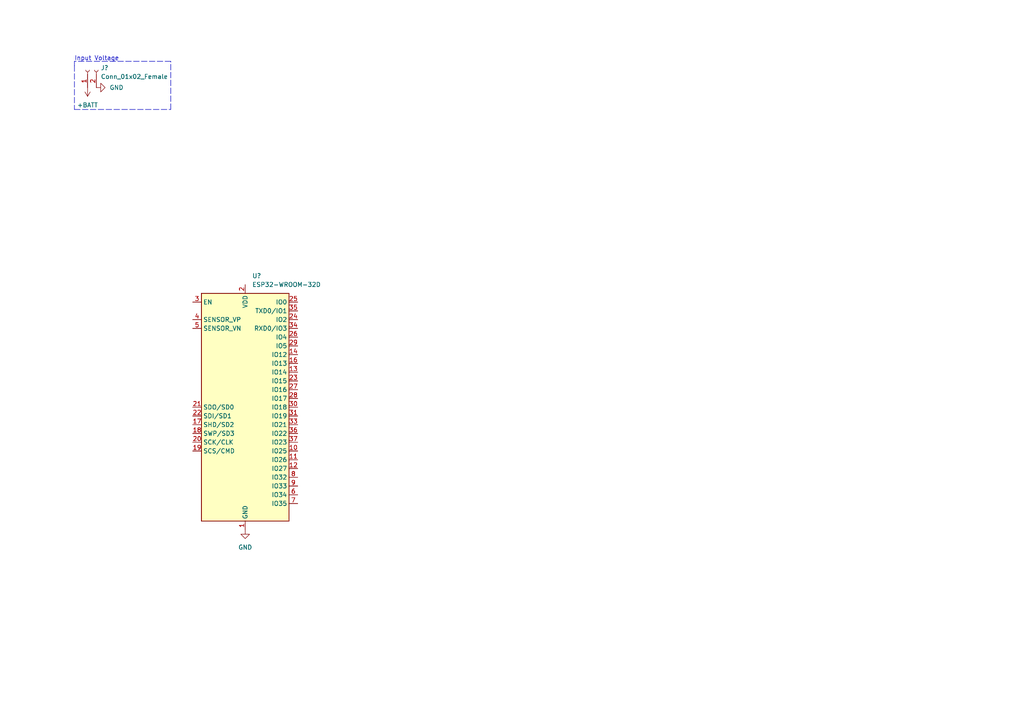
<source format=kicad_sch>
(kicad_sch (version 20211123) (generator eeschema)
  (paper "A4")
  (lib_symbols
    (symbol "Connector:Conn_01x02_Female" (pin_names (offset 1.016) hide)
      (property "Reference" "J" (at 0 2.54 0))
      (property "Value" "Conn_01x02_Female" (at 0 -5.08 0))
      (symbol "Conn_01x02_Female_1_1"
        (arc (start 0 -2.032) (mid -0.508 -2.54) (end 0 -3.048) (stroke (width 0.1524)))
        (polyline (pts (xy -1.27 -2.54) (xy -0.508 -2.54)) (stroke (width 0.1524)))
        (polyline (pts (xy -1.27 0) (xy -0.508 0)) (stroke (width 0.1524)))
        (arc (start 0 0.508) (mid -0.508 0) (end 0 -0.508) (stroke (width 0.1524)))
        (pin passive line (at -5.08 0 0) (length 3.81) (name "Pin_1") (number "1"))
        (pin passive line (at -5.08 -2.54 0) (length 3.81) (name "Pin_2") (number "2"))
      )
    )
    (symbol "RF_Module:ESP32-WROOM-32D"
      (property "Reference" "U" (at -12.7 34.29 0))
      (property "Value" "ESP32-WROOM-32D" (at 1.27 34.29 0))
      (symbol "ESP32-WROOM-32D_0_1"
        (rectangle (start -12.7 33.02) (end 12.7 -33.02) (stroke (width 0.254)) (fill (type background)))
      )
      (symbol "ESP32-WROOM-32D_1_1"
        (pin power_in line (at 0 -35.56 90) (length 2.54) (name "GND") (number "1"))
        (pin bidirectional line (at 15.24 -12.7 180) (length 2.54) (name "IO25") (number "10"))
        (pin bidirectional line (at 15.24 -15.24 180) (length 2.54) (name "IO26") (number "11"))
        (pin bidirectional line (at 15.24 -17.78 180) (length 2.54) (name "IO27") (number "12"))
        (pin bidirectional line (at 15.24 10.16 180) (length 2.54) (name "IO14") (number "13"))
        (pin bidirectional line (at 15.24 15.24 180) (length 2.54) (name "IO12") (number "14"))
        (pin passive line (at 0 -35.56 90) (length 2.54) hide (name "GND") (number "15"))
        (pin bidirectional line (at 15.24 12.7 180) (length 2.54) (name "IO13") (number "16"))
        (pin bidirectional line (at -15.24 -5.08 0) (length 2.54) (name "SHD/SD2") (number "17"))
        (pin bidirectional line (at -15.24 -7.62 0) (length 2.54) (name "SWP/SD3") (number "18"))
        (pin bidirectional line (at -15.24 -12.7 0) (length 2.54) (name "SCS/CMD") (number "19"))
        (pin power_in line (at 0 35.56 270) (length 2.54) (name "VDD") (number "2"))
        (pin bidirectional line (at -15.24 -10.16 0) (length 2.54) (name "SCK/CLK") (number "20"))
        (pin bidirectional line (at -15.24 0 0) (length 2.54) (name "SDO/SD0") (number "21"))
        (pin bidirectional line (at -15.24 -2.54 0) (length 2.54) (name "SDI/SD1") (number "22"))
        (pin bidirectional line (at 15.24 7.62 180) (length 2.54) (name "IO15") (number "23"))
        (pin bidirectional line (at 15.24 25.4 180) (length 2.54) (name "IO2") (number "24"))
        (pin bidirectional line (at 15.24 30.48 180) (length 2.54) (name "IO0") (number "25"))
        (pin bidirectional line (at 15.24 20.32 180) (length 2.54) (name "IO4") (number "26"))
        (pin bidirectional line (at 15.24 5.08 180) (length 2.54) (name "IO16") (number "27"))
        (pin bidirectional line (at 15.24 2.54 180) (length 2.54) (name "IO17") (number "28"))
        (pin bidirectional line (at 15.24 17.78 180) (length 2.54) (name "IO5") (number "29"))
        (pin input line (at -15.24 30.48 0) (length 2.54) (name "EN") (number "3"))
        (pin bidirectional line (at 15.24 0 180) (length 2.54) (name "IO18") (number "30"))
        (pin bidirectional line (at 15.24 -2.54 180) (length 2.54) (name "IO19") (number "31"))
        (pin no_connect line (at -12.7 -27.94 0) (length 2.54) hide (name "NC") (number "32"))
        (pin bidirectional line (at 15.24 -5.08 180) (length 2.54) (name "IO21") (number "33"))
        (pin bidirectional line (at 15.24 22.86 180) (length 2.54) (name "RXD0/IO3") (number "34"))
        (pin bidirectional line (at 15.24 27.94 180) (length 2.54) (name "TXD0/IO1") (number "35"))
        (pin bidirectional line (at 15.24 -7.62 180) (length 2.54) (name "IO22") (number "36"))
        (pin bidirectional line (at 15.24 -10.16 180) (length 2.54) (name "IO23") (number "37"))
        (pin passive line (at 0 -35.56 90) (length 2.54) hide (name "GND") (number "38"))
        (pin passive line (at 0 -35.56 90) (length 2.54) hide (name "GND") (number "39"))
        (pin input line (at -15.24 25.4 0) (length 2.54) (name "SENSOR_VP") (number "4"))
        (pin input line (at -15.24 22.86 0) (length 2.54) (name "SENSOR_VN") (number "5"))
        (pin input line (at 15.24 -25.4 180) (length 2.54) (name "IO34") (number "6"))
        (pin input line (at 15.24 -27.94 180) (length 2.54) (name "IO35") (number "7"))
        (pin bidirectional line (at 15.24 -20.32 180) (length 2.54) (name "IO32") (number "8"))
        (pin bidirectional line (at 15.24 -22.86 180) (length 2.54) (name "IO33") (number "9"))
      )
    )
    (symbol "power:+BATT" (power) (pin_names (offset 0))
      (property "Value" "+BATT" (at 0 3.556 0))
      (symbol "+BATT_0_1"
        (polyline (pts (xy -0.762 1.27) (xy 0 2.54)))
        (polyline (pts (xy 0 0) (xy 0 2.54)))
        (polyline (pts (xy 0 2.54) (xy 0.762 1.27)))
      )
      (symbol "+BATT_1_1"
        (pin power_in line (at 0 0 90) (length 0) hide (name "+BATT") (number "1"))
      )
    )
    (symbol "power:GND" (power) (pin_names (offset 0))
      (property "Value" "GND" (at 0 -3.81 0))
      (symbol "GND_0_1"
        (polyline (pts (xy 0 0) (xy 0 -1.27) (xy 1.27 -1.27) (xy 0 -2.54) (xy -1.27 -1.27) (xy 0 -1.27)))
      )
      (symbol "GND_1_1"
        (pin power_in line (at 0 0 270) (length 0) hide (name "GND") (number "1"))
      )
    )
  )
  (polyline (pts (xy 21.59 19.05) (xy 21.59 31.75)))
  (polyline (pts (xy 49.53 31.75) (xy 49.53 17.78)))
  (polyline (pts (xy 21.59 17.78) (xy 21.59 19.05)))
  (polyline (pts (xy 21.59 31.75) (xy 49.53 31.75)))
  (polyline (pts (xy 49.53 17.78) (xy 21.59 17.78)))
  (text "Input Voltage" (at 21.59 17.78 0) (effects (font (size 1.27 1.27)) (justify left bottom)))
  (symbol (lib_id "power:GND") (at 71.12 153.67 0) (unit 1)
    (property "Reference" "#PWR?" (effects hide))
    (property "Value" "GND" (at 71.12 158.75 0))
  )
  (symbol (lib_id "power:+BATT") (at 25.4 25.4 180) (unit 1)
    (property "Reference" "#PWR?" (effects hide))
    (property "Value" "+BATT" (at 25.4 30.48 0))
  )
  (symbol (lib_id "power:GND") (at 27.94 25.4 90) (unit 1)
    (property "Reference" "#PWR?" (effects hide))
    (property "Value" "GND" (at 31.75 25.3999 90) (effects (justify right)))
  )
  (symbol (lib_id "RF_Module:ESP32-WROOM-32D") (at 71.12 118.11 0) (unit 1)
    (property "Reference" "U?" (at 73.1394 80.01 0) (effects (justify left)))
    (property "Value" "ESP32-WROOM-32D" (at 73.1394 82.55 0) (effects (justify left)))
    (property "Footprint" "RF_Module:ESP32-WROOM-32" (effects hide))
    (property "Datasheet" "https://www.espressif.com/sites/default/files/documentation/esp32-wroom-32d_esp32-wroom-32u_datasheet_en.pdf" (effects hide))
  )
  (symbol (lib_id "Connector:Conn_01x02_Female") (at 25.4 20.32 90) (unit 1)
    (property "Reference" "J?" (at 29.21 19.6849 90) (effects (justify right)))
    (property "Value" "Conn_01x02_Female" (at 29.21 22.2249 90) (effects (justify right)))
    (property "Footprint" "Connector_Wire:SolderWire-1sqmm_1x02_P5.4mm_D1.4mm_OD2.7mm" (effects hide))
  )
)
</source>
